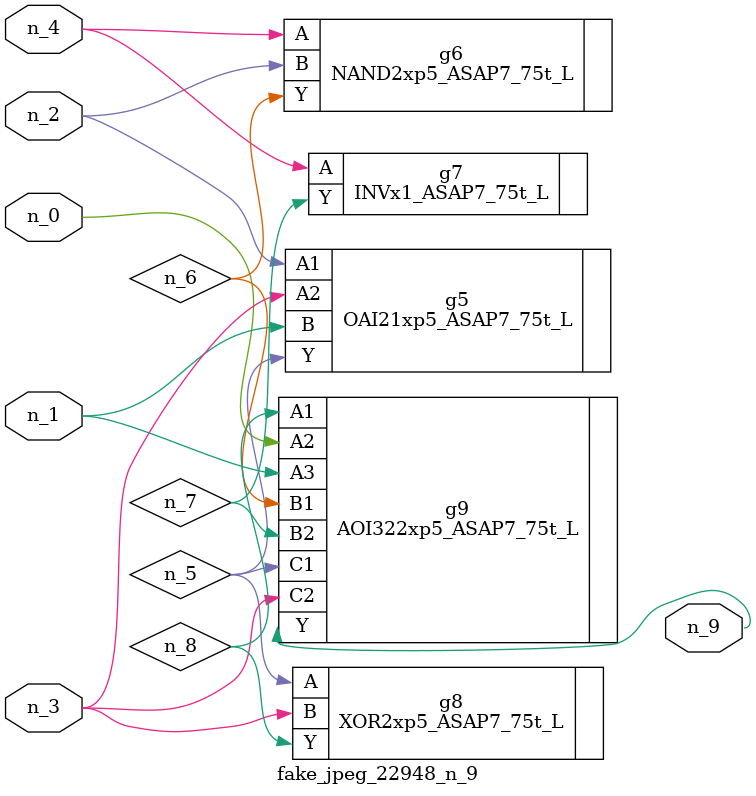
<source format=v>
module fake_jpeg_22948_n_9 (n_3, n_2, n_1, n_0, n_4, n_9);

input n_3;
input n_2;
input n_1;
input n_0;
input n_4;

output n_9;

wire n_8;
wire n_6;
wire n_5;
wire n_7;

OAI21xp5_ASAP7_75t_L g5 ( 
.A1(n_2),
.A2(n_3),
.B(n_1),
.Y(n_5)
);

NAND2xp5_ASAP7_75t_L g6 ( 
.A(n_4),
.B(n_2),
.Y(n_6)
);

INVx1_ASAP7_75t_L g7 ( 
.A(n_4),
.Y(n_7)
);

XOR2xp5_ASAP7_75t_L g8 ( 
.A(n_5),
.B(n_3),
.Y(n_8)
);

AOI322xp5_ASAP7_75t_L g9 ( 
.A1(n_8),
.A2(n_0),
.A3(n_1),
.B1(n_6),
.B2(n_7),
.C1(n_5),
.C2(n_3),
.Y(n_9)
);


endmodule
</source>
